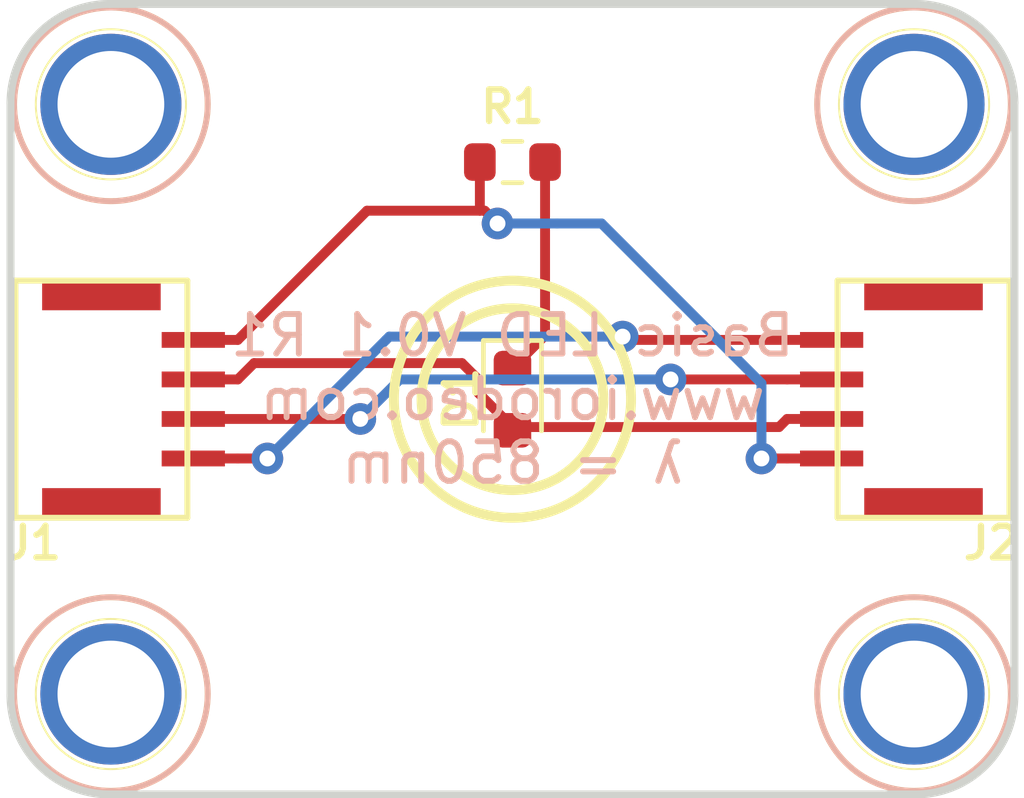
<source format=kicad_pcb>
(kicad_pcb (version 20171130) (host pcbnew 5.1.7-a382d34a8~87~ubuntu18.04.1)

  (general
    (thickness 1.6)
    (drawings 11)
    (tracks 42)
    (zones 0)
    (modules 8)
    (nets 6)
  )

  (page A4)
  (layers
    (0 F.Cu signal)
    (31 B.Cu signal)
    (32 B.Adhes user)
    (33 F.Adhes user)
    (34 B.Paste user)
    (35 F.Paste user)
    (36 B.SilkS user)
    (37 F.SilkS user)
    (38 B.Mask user)
    (39 F.Mask user)
    (40 Dwgs.User user)
    (41 Cmts.User user)
    (42 Eco1.User user)
    (43 Eco2.User user)
    (44 Edge.Cuts user)
    (45 Margin user)
    (46 B.CrtYd user)
    (47 F.CrtYd user)
    (48 B.Fab user)
    (49 F.Fab user)
  )

  (setup
    (last_trace_width 0.25)
    (trace_clearance 0.2)
    (zone_clearance 0.508)
    (zone_45_only no)
    (trace_min 0.2)
    (via_size 0.8)
    (via_drill 0.4)
    (via_min_size 0.4)
    (via_min_drill 0.3)
    (uvia_size 0.3)
    (uvia_drill 0.1)
    (uvias_allowed no)
    (uvia_min_size 0.2)
    (uvia_min_drill 0.1)
    (edge_width 0.05)
    (segment_width 0.2)
    (pcb_text_width 0.3)
    (pcb_text_size 1.5 1.5)
    (mod_edge_width 0.12)
    (mod_text_size 1 1)
    (mod_text_width 0.15)
    (pad_size 3.57 3.57)
    (pad_drill 2.7)
    (pad_to_mask_clearance 0)
    (aux_axis_origin 0 0)
    (visible_elements FFFFFF7F)
    (pcbplotparams
      (layerselection 0x010fc_ffffffff)
      (usegerberextensions false)
      (usegerberattributes true)
      (usegerberadvancedattributes true)
      (creategerberjobfile true)
      (excludeedgelayer true)
      (linewidth 0.100000)
      (plotframeref false)
      (viasonmask false)
      (mode 1)
      (useauxorigin false)
      (hpglpennumber 1)
      (hpglpenspeed 20)
      (hpglpendiameter 15.000000)
      (psnegative false)
      (psa4output false)
      (plotreference true)
      (plotvalue true)
      (plotinvisibletext false)
      (padsonsilk false)
      (subtractmaskfromsilk false)
      (outputformat 1)
      (mirror false)
      (drillshape 0)
      (scaleselection 1)
      (outputdirectory "gerber_v0p1/"))
  )

  (net 0 "")
  (net 1 GND)
  (net 2 "Net-(D1-Pad1)")
  (net 3 /3V3)
  (net 4 /SCL)
  (net 5 /SDA)

  (net_class Default "This is the default net class."
    (clearance 0.2)
    (trace_width 0.25)
    (via_dia 0.8)
    (via_drill 0.4)
    (uvia_dia 0.3)
    (uvia_drill 0.1)
    (add_net /3V3)
    (add_net /SCL)
    (add_net /SDA)
    (add_net GND)
    (add_net "Net-(D1-Pad1)")
  )

  (module BOOMELE_SH_SMD:BOOMELE_SMD_SH_4PIN_RT (layer F.Cu) (tedit 61D2228C) (tstamp 618729F0)
    (at 72.62 60 270)
    (path /617591D1)
    (attr smd)
    (fp_text reference J2 (at 3.64 -2.2 180) (layer F.SilkS)
      (effects (font (size 0.8 0.8) (thickness 0.16)))
    )
    (fp_text value Conn_01x04 (at 0.025 -4.95 90) (layer F.Fab) hide
      (effects (font (size 1 1) (thickness 0.15)))
    )
    (fp_line (start 3 -2.655) (end 0 -2.655) (layer F.SilkS) (width 0.15))
    (fp_line (start 0 -2.655) (end -3 -2.655) (layer F.SilkS) (width 0.15))
    (fp_line (start 3 -2.655) (end 3 1.695) (layer F.SilkS) (width 0.15))
    (fp_line (start 3 1.695) (end -3 1.695) (layer F.SilkS) (width 0.15))
    (fp_line (start -3 1.695) (end -3 -2.655) (layer F.SilkS) (width 0.15))
    (pad "" smd rect (at -2.65 -0.48 90) (size 0.8 3) (layers F.Cu F.Paste F.Mask))
    (pad "" smd rect (at 2.65 -0.48 90) (size 0.8 3) (layers F.Cu F.Paste F.Mask))
    (pad 4 smd rect (at -1.5 1.845 90) (size 0.4 1.6) (layers F.Cu F.Paste F.Mask)
      (net 4 /SCL))
    (pad 3 smd rect (at -0.5 1.845 90) (size 0.4 1.6) (layers F.Cu F.Paste F.Mask)
      (net 5 /SDA))
    (pad 2 smd rect (at 0.5 1.845 90) (size 0.4 1.6) (layers F.Cu F.Paste F.Mask)
      (net 3 /3V3))
    (pad 1 smd rect (at 1.5 1.845 90) (size 0.4 1.6) (layers F.Cu F.Paste F.Mask)
      (net 1 GND))
    (model ${KIPRJMOD}/BOOMELE_SH_SMD.pretty/boomele_sh_smd_4pin/boomele_sh_smd_4pin.wrl
      (at (xyz 0 0 0))
      (scale (xyz 1 1 1))
      (rotate (xyz 0 0 180))
    )
  )

  (module BOOMELE_SH_SMD:BOOMELE_SMD_SH_4PIN_RT (layer F.Cu) (tedit 61D2228C) (tstamp 618729E1)
    (at 52.78 60 90)
    (path /617588B6)
    (attr smd)
    (fp_text reference J1 (at -3.64 -2.2 180) (layer F.SilkS)
      (effects (font (size 0.8 0.8) (thickness 0.16)))
    )
    (fp_text value Conn_01x04 (at 0.025 -4.95 90) (layer F.Fab) hide
      (effects (font (size 1 1) (thickness 0.15)))
    )
    (fp_line (start 3 -2.655) (end 0 -2.655) (layer F.SilkS) (width 0.15))
    (fp_line (start 0 -2.655) (end -3 -2.655) (layer F.SilkS) (width 0.15))
    (fp_line (start 3 -2.655) (end 3 1.695) (layer F.SilkS) (width 0.15))
    (fp_line (start 3 1.695) (end -3 1.695) (layer F.SilkS) (width 0.15))
    (fp_line (start -3 1.695) (end -3 -2.655) (layer F.SilkS) (width 0.15))
    (pad "" smd rect (at -2.65 -0.48 270) (size 0.8 3) (layers F.Cu F.Paste F.Mask))
    (pad "" smd rect (at 2.65 -0.48 270) (size 0.8 3) (layers F.Cu F.Paste F.Mask))
    (pad 4 smd rect (at -1.5 1.845 270) (size 0.4 1.6) (layers F.Cu F.Paste F.Mask)
      (net 4 /SCL))
    (pad 3 smd rect (at -0.5 1.845 270) (size 0.4 1.6) (layers F.Cu F.Paste F.Mask)
      (net 5 /SDA))
    (pad 2 smd rect (at 0.5 1.845 270) (size 0.4 1.6) (layers F.Cu F.Paste F.Mask)
      (net 3 /3V3))
    (pad 1 smd rect (at 1.5 1.845 270) (size 0.4 1.6) (layers F.Cu F.Paste F.Mask)
      (net 1 GND))
    (model ${KIPRJMOD}/BOOMELE_SH_SMD.pretty/boomele_sh_smd_4pin/boomele_sh_smd_4pin.wrl
      (at (xyz 0 0 0))
      (scale (xyz 1 1 1))
      (rotate (xyz 0 0 180))
    )
  )

  (module custom_mount_hole:MountingHole_2.5mm_Pad (layer F.Cu) (tedit 61887BF6) (tstamp 618725F7)
    (at 52.54 67.46)
    (descr "Mounting Hole 2.5mm")
    (tags "mounting hole 2.5mm")
    (attr virtual)
    (fp_text reference M4 (at 0 -3.5) (layer F.SilkS) hide
      (effects (font (size 0.8 0.8) (thickness 0.16)))
    )
    (fp_text value MountingHole_2.5mm_Pad (at 0 3.5) (layer F.Fab) hide
      (effects (font (size 1 1) (thickness 0.15)))
    )
    (fp_circle (center 0 0) (end 2.45 0) (layer F.SilkS) (width 0.15))
    (fp_circle (center 0 0) (end 1.9 0) (layer F.SilkS) (width 0.05))
    (fp_circle (center 0 0) (end 2.45 0) (layer B.SilkS) (width 0.15))
    (fp_text user %R (at 0.3 0) (layer F.Fab) hide
      (effects (font (size 0.8 0.8) (thickness 0.16)))
    )
    (pad ~ thru_hole circle (at 0 0) (size 3.57 3.57) (drill 2.7) (layers *.Cu *.Mask))
  )

  (module custom_mount_hole:MountingHole_2.5mm_Pad (layer F.Cu) (tedit 61887BF6) (tstamp 618725DA)
    (at 72.86 67.46)
    (descr "Mounting Hole 2.5mm")
    (tags "mounting hole 2.5mm")
    (attr virtual)
    (fp_text reference M3 (at 0 -3.5) (layer F.SilkS) hide
      (effects (font (size 0.8 0.8) (thickness 0.16)))
    )
    (fp_text value MountingHole_2.5mm_Pad (at 0 3.5) (layer F.Fab) hide
      (effects (font (size 1 1) (thickness 0.15)))
    )
    (fp_circle (center 0 0) (end 2.45 0) (layer F.SilkS) (width 0.15))
    (fp_circle (center 0 0) (end 1.9 0) (layer F.SilkS) (width 0.05))
    (fp_circle (center 0 0) (end 2.45 0) (layer B.SilkS) (width 0.15))
    (fp_text user %R (at 0.3 0) (layer F.Fab) hide
      (effects (font (size 0.8 0.8) (thickness 0.16)))
    )
    (pad ~ thru_hole circle (at 0 0) (size 3.57 3.57) (drill 2.7) (layers *.Cu *.Mask))
  )

  (module custom_mount_hole:MountingHole_2.5mm_Pad (layer F.Cu) (tedit 61887BF6) (tstamp 618725BD)
    (at 72.86 52.54)
    (descr "Mounting Hole 2.5mm")
    (tags "mounting hole 2.5mm")
    (attr virtual)
    (fp_text reference M2 (at 0 -3.5) (layer F.SilkS) hide
      (effects (font (size 0.8 0.8) (thickness 0.16)))
    )
    (fp_text value MountingHole_2.5mm_Pad (at 0 3.5) (layer F.Fab) hide
      (effects (font (size 1 1) (thickness 0.15)))
    )
    (fp_circle (center 0 0) (end 2.45 0) (layer F.SilkS) (width 0.15))
    (fp_circle (center 0 0) (end 1.9 0) (layer F.SilkS) (width 0.05))
    (fp_circle (center 0 0) (end 2.45 0) (layer B.SilkS) (width 0.15))
    (fp_text user %R (at 0.3 0) (layer F.Fab) hide
      (effects (font (size 0.8 0.8) (thickness 0.16)))
    )
    (pad ~ thru_hole circle (at 0 0) (size 3.57 3.57) (drill 2.7) (layers *.Cu *.Mask))
  )

  (module custom_mount_hole:MountingHole_2.5mm_Pad (layer F.Cu) (tedit 61887BF6) (tstamp 6187251A)
    (at 52.54 52.54)
    (descr "Mounting Hole 2.5mm")
    (tags "mounting hole 2.5mm")
    (attr virtual)
    (fp_text reference M1 (at 0 -3.5) (layer F.SilkS) hide
      (effects (font (size 0.8 0.8) (thickness 0.16)))
    )
    (fp_text value MountingHole_2.5mm_Pad (at 0 3.5) (layer F.Fab) hide
      (effects (font (size 1 1) (thickness 0.15)))
    )
    (fp_circle (center 0 0) (end 2.45 0) (layer F.SilkS) (width 0.15))
    (fp_circle (center 0 0) (end 1.9 0) (layer F.SilkS) (width 0.05))
    (fp_circle (center 0 0) (end 2.45 0) (layer B.SilkS) (width 0.15))
    (fp_text user %R (at 0.3 0) (layer F.Fab) hide
      (effects (font (size 0.8 0.8) (thickness 0.16)))
    )
    (pad ~ thru_hole circle (at 0 0) (size 3.57 3.57) (drill 2.7) (layers *.Cu *.Mask))
  )

  (module LED_SMD:LED_0603_1608Metric (layer F.Cu) (tedit 5F68FEF1) (tstamp 618729D2)
    (at 62.7 60 270)
    (descr "LED SMD 0603 (1608 Metric), square (rectangular) end terminal, IPC_7351 nominal, (Body size source: http://www.tortai-tech.com/upload/download/2011102023233369053.pdf), generated with kicad-footprint-generator")
    (tags LED)
    (path /617C0FF2)
    (attr smd)
    (fp_text reference D1 (at 0 1.3 270) (layer F.SilkS)
      (effects (font (size 0.8 0.8) (thickness 0.16)))
    )
    (fp_text value LED_ALT (at 0 1.43 90) (layer F.Fab) hide
      (effects (font (size 1 1) (thickness 0.15)))
    )
    (fp_line (start 0.8 -0.4) (end -0.5 -0.4) (layer F.Fab) (width 0.1))
    (fp_line (start -0.5 -0.4) (end -0.8 -0.1) (layer F.Fab) (width 0.1))
    (fp_line (start -0.8 -0.1) (end -0.8 0.4) (layer F.Fab) (width 0.1))
    (fp_line (start -0.8 0.4) (end 0.8 0.4) (layer F.Fab) (width 0.1))
    (fp_line (start 0.8 0.4) (end 0.8 -0.4) (layer F.Fab) (width 0.1))
    (fp_line (start 0.8 -0.735) (end -1.485 -0.735) (layer F.SilkS) (width 0.12))
    (fp_line (start -1.485 -0.735) (end -1.485 0.735) (layer F.SilkS) (width 0.12))
    (fp_line (start -1.485 0.735) (end 0.8 0.735) (layer F.SilkS) (width 0.12))
    (fp_line (start -1.48 0.73) (end -1.48 -0.73) (layer F.CrtYd) (width 0.05))
    (fp_line (start -1.48 -0.73) (end 1.48 -0.73) (layer F.CrtYd) (width 0.05))
    (fp_line (start 1.48 -0.73) (end 1.48 0.73) (layer F.CrtYd) (width 0.05))
    (fp_line (start 1.48 0.73) (end -1.48 0.73) (layer F.CrtYd) (width 0.05))
    (fp_text user %R (at 0 0 90) (layer F.Fab)
      (effects (font (size 0.8 0.8) (thickness 0.16)))
    )
    (pad 2 smd roundrect (at 0.7875 0 270) (size 0.875 0.95) (layers F.Cu F.Paste F.Mask) (roundrect_rratio 0.25)
      (net 3 /3V3))
    (pad 1 smd roundrect (at -0.7875 0 270) (size 0.875 0.95) (layers F.Cu F.Paste F.Mask) (roundrect_rratio 0.25)
      (net 2 "Net-(D1-Pad1)"))
    (model ${KISYS3DMOD}/LED_SMD.3dshapes/LED_0603_1608Metric.wrl
      (at (xyz 0 0 0))
      (scale (xyz 1 1 1))
      (rotate (xyz 0 0 0))
    )
  )

  (module Resistor_SMD:R_0603_1608Metric (layer F.Cu) (tedit 5F68FEEE) (tstamp 61D144FD)
    (at 62.7 54 180)
    (descr "Resistor SMD 0603 (1608 Metric), square (rectangular) end terminal, IPC_7351 nominal, (Body size source: IPC-SM-782 page 72, https://www.pcb-3d.com/wordpress/wp-content/uploads/ipc-sm-782a_amendment_1_and_2.pdf), generated with kicad-footprint-generator")
    (tags resistor)
    (path /617C7054)
    (attr smd)
    (fp_text reference R1 (at 0 1.4) (layer F.SilkS)
      (effects (font (size 0.8 0.8) (thickness 0.16)))
    )
    (fp_text value 82 (at 2.3 0) (layer F.Fab)
      (effects (font (size 0.8 0.8) (thickness 0.16)))
    )
    (fp_line (start 1.48 0.73) (end -1.48 0.73) (layer F.CrtYd) (width 0.05))
    (fp_line (start 1.48 -0.73) (end 1.48 0.73) (layer F.CrtYd) (width 0.05))
    (fp_line (start -1.48 -0.73) (end 1.48 -0.73) (layer F.CrtYd) (width 0.05))
    (fp_line (start -1.48 0.73) (end -1.48 -0.73) (layer F.CrtYd) (width 0.05))
    (fp_line (start -0.237258 0.5225) (end 0.237258 0.5225) (layer F.SilkS) (width 0.12))
    (fp_line (start -0.237258 -0.5225) (end 0.237258 -0.5225) (layer F.SilkS) (width 0.12))
    (fp_line (start 0.8 0.4125) (end -0.8 0.4125) (layer F.Fab) (width 0.1))
    (fp_line (start 0.8 -0.4125) (end 0.8 0.4125) (layer F.Fab) (width 0.1))
    (fp_line (start -0.8 -0.4125) (end 0.8 -0.4125) (layer F.Fab) (width 0.1))
    (fp_line (start -0.8 0.4125) (end -0.8 -0.4125) (layer F.Fab) (width 0.1))
    (fp_text user %R (at 0 0) (layer F.Fab)
      (effects (font (size 0.4 0.4) (thickness 0.06)))
    )
    (pad 1 smd roundrect (at -0.825 0 180) (size 0.8 0.95) (layers F.Cu F.Paste F.Mask) (roundrect_rratio 0.25)
      (net 2 "Net-(D1-Pad1)"))
    (pad 2 smd roundrect (at 0.825 0 180) (size 0.8 0.95) (layers F.Cu F.Paste F.Mask) (roundrect_rratio 0.25)
      (net 1 GND))
    (model ${KISYS3DMOD}/Resistor_SMD.3dshapes/R_0603_1608Metric.wrl
      (at (xyz 0 0 0))
      (scale (xyz 1 1 1))
      (rotate (xyz 0 0 0))
    )
  )

  (gr_text "Basic LED V0.1 R1\nwww.iorodeo.com\nλ = 850nm" (at 62.7 60) (layer B.SilkS)
    (effects (font (size 1 1) (thickness 0.15)) (justify mirror))
  )
  (gr_circle (center 62.7 60) (end 65 60) (layer F.SilkS) (width 0.25))
  (gr_circle (center 62.7 60) (end 65.7 60) (layer F.SilkS) (width 0.25))
  (gr_line (start 50 52.5) (end 50 67.5) (layer Edge.Cuts) (width 0.2))
  (gr_line (start 52.5 50) (end 72.9 50) (layer Edge.Cuts) (width 0.2))
  (gr_line (start 75.4 52.5) (end 75.4 67.5) (layer Edge.Cuts) (width 0.2))
  (gr_arc (start 52.5 67.5) (end 50 67.5) (angle -90) (layer Edge.Cuts) (width 0.2))
  (gr_arc (start 72.9 67.5) (end 72.9 70) (angle -90) (layer Edge.Cuts) (width 0.2))
  (gr_arc (start 72.9 52.5) (end 75.4 52.5) (angle -90) (layer Edge.Cuts) (width 0.2))
  (gr_arc (start 52.5 52.5) (end 52.5 50) (angle -90) (layer Edge.Cuts) (width 0.2))
  (gr_line (start 52.5 70) (end 72.9 70) (layer Edge.Cuts) (width 0.2))

  (segment (start 63.8275 55.5545) (end 62.3226 55.5545) (width 0.25) (layer B.Cu) (net 1))
  (segment (start 61.875 55.2314) (end 59.0189 55.2314) (width 0.25) (layer F.Cu) (net 1))
  (segment (start 59.0189 55.2314) (end 55.7503 58.5) (width 0.25) (layer F.Cu) (net 1))
  (segment (start 62.3226 55.5545) (end 61.9995 55.2314) (width 0.25) (layer F.Cu) (net 1))
  (segment (start 61.9995 55.2314) (end 61.875 55.2314) (width 0.25) (layer F.Cu) (net 1))
  (segment (start 61.875 55.2314) (end 61.875 54) (width 0.25) (layer F.Cu) (net 1))
  (segment (start 54.625 58.5) (end 55.7503 58.5) (width 0.25) (layer F.Cu) (net 1))
  (segment (start 70.775 61.5) (end 69.6497 61.5) (width 0.25) (layer F.Cu) (net 1))
  (via (at 62.3226 55.5545) (size 0.8) (layers F.Cu B.Cu) (net 1))
  (via (at 69 61.5) (size 0.8) (drill 0.4) (layers F.Cu B.Cu) (net 1))
  (segment (start 69.6497 61.5) (end 69 61.5) (width 0.25) (layer F.Cu) (net 1))
  (segment (start 69 61.5) (end 69 59.6) (width 0.25) (layer B.Cu) (net 1))
  (segment (start 64.9545 55.5545) (end 63.8275 55.5545) (width 0.25) (layer B.Cu) (net 1))
  (segment (start 69 59.6) (end 64.9545 55.5545) (width 0.25) (layer B.Cu) (net 1))
  (segment (start 63.525 54) (end 63.525 58.3875) (width 0.25) (layer F.Cu) (net 2))
  (segment (start 63.525 58.3875) (end 62.7 59.2125) (width 0.25) (layer F.Cu) (net 2))
  (segment (start 54.625 59.5) (end 55.7503 59.5) (width 0.25) (layer F.Cu) (net 3))
  (segment (start 62.7 60.7047) (end 61.8463 59.851) (width 0.25) (layer F.Cu) (net 3))
  (segment (start 61.8463 59.851) (end 61.8463 59.5119) (width 0.25) (layer F.Cu) (net 3))
  (segment (start 61.8463 59.5119) (end 61.4215 59.0871) (width 0.25) (layer F.Cu) (net 3))
  (segment (start 61.4215 59.0871) (end 56.1632 59.0871) (width 0.25) (layer F.Cu) (net 3))
  (segment (start 56.1632 59.0871) (end 55.7503 59.5) (width 0.25) (layer F.Cu) (net 3))
  (segment (start 62.7 60.7875) (end 62.7 60.7047) (width 0.25) (layer F.Cu) (net 3))
  (segment (start 62.7 60.7047) (end 69.445 60.7047) (width 0.25) (layer F.Cu) (net 3))
  (segment (start 69.445 60.7047) (end 69.6497 60.5) (width 0.25) (layer F.Cu) (net 3))
  (segment (start 70.775 60.5) (end 69.6497 60.5) (width 0.25) (layer F.Cu) (net 3))
  (segment (start 54.625 61.5) (end 55.7503 61.5) (width 0.25) (layer F.Cu) (net 4))
  (segment (start 70.775 58.5) (end 65.5706 58.5) (width 0.25) (layer F.Cu) (net 4))
  (segment (start 65.5706 58.5) (end 65.4872 58.4166) (width 0.25) (layer F.Cu) (net 4))
  (via (at 65.4872 58.4166) (size 0.8) (layers F.Cu B.Cu) (net 4))
  (via (at 56.5 61.5) (size 0.8) (drill 0.4) (layers F.Cu B.Cu) (net 4))
  (segment (start 55.7503 61.5) (end 56.5 61.5) (width 0.25) (layer F.Cu) (net 4))
  (segment (start 59.5 58.5) (end 56.5 61.5) (width 0.25) (layer B.Cu) (net 4))
  (segment (start 59.5834 58.4166) (end 59.5 58.5) (width 0.25) (layer B.Cu) (net 4))
  (segment (start 65.4872 58.4166) (end 59.5834 58.4166) (width 0.25) (layer B.Cu) (net 4))
  (segment (start 70.775 59.5) (end 69.6497 59.5) (width 0.25) (layer F.Cu) (net 5))
  (via (at 58.85 60.5) (size 0.8) (drill 0.4) (layers F.Cu B.Cu) (net 5))
  (segment (start 54.625 60.5) (end 58.85 60.5) (width 0.25) (layer F.Cu) (net 5))
  (segment (start 58.85 60.5) (end 59.85 59.5) (width 0.25) (layer B.Cu) (net 5))
  (via (at 66.7 59.5) (size 0.8) (drill 0.4) (layers F.Cu B.Cu) (net 5))
  (segment (start 69.6497 59.5) (end 66.7 59.5) (width 0.25) (layer F.Cu) (net 5))
  (segment (start 66.7 59.5) (end 59.85 59.5) (width 0.25) (layer B.Cu) (net 5))

  (zone (net 0) (net_name "") (layer F.Cu) (tstamp 0) (hatch edge 0.508)
    (connect_pads (clearance 0.508))
    (min_thickness 0.254)
    (keepout (tracks not_allowed) (vias not_allowed) (copperpour allowed))
    (fill (arc_segments 32) (thermal_gap 0.508) (thermal_bridge_width 0.508))
    (polygon
      (pts
        (xy 53.6 63.1) (xy 50 63.1) (xy 50 56.9) (xy 53.6 56.9)
      )
    )
  )
  (zone (net 0) (net_name "") (layer F.Cu) (tstamp 0) (hatch edge 0.508)
    (connect_pads (clearance 0.508))
    (min_thickness 0.254)
    (keepout (tracks not_allowed) (vias not_allowed) (copperpour allowed))
    (fill (arc_segments 32) (thermal_gap 0.508) (thermal_bridge_width 0.508))
    (polygon
      (pts
        (xy 75.2 63.1) (xy 71.6 63.1) (xy 71.6 57) (xy 75.2 57)
      )
    )
  )
)

</source>
